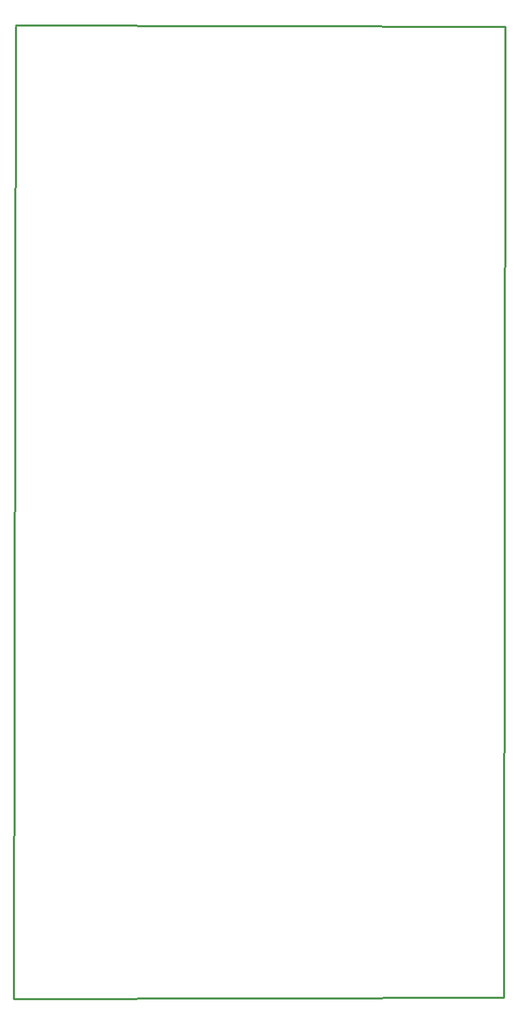
<source format=gko>
G04 Layer: BoardOutlineLayer*
G04 EasyEDA v6.5.5, 2022-06-01 21:54:51*
G04 4b561e4e07bb45b19b9d071735fb3a1a,c96cdaf6a0e44fa3bb1e134f2b5c86cb,10*
G04 Gerber Generator version 0.2*
G04 Scale: 100 percent, Rotated: No, Reflected: No *
G04 Dimensions in millimeters *
G04 leading zeros omitted , absolute positions ,4 integer and 5 decimal *
%FSLAX45Y45*%
%MOMM*%

%ADD10C,0.2540*%
D10*
X787400Y12090400D02*
G01*
X6883400Y12077700D01*
X6883400Y12077700D02*
G01*
X6870700Y0D01*
X762000Y-12700D01*
X787400Y12077700D01*

%LPD*%
M02*

</source>
